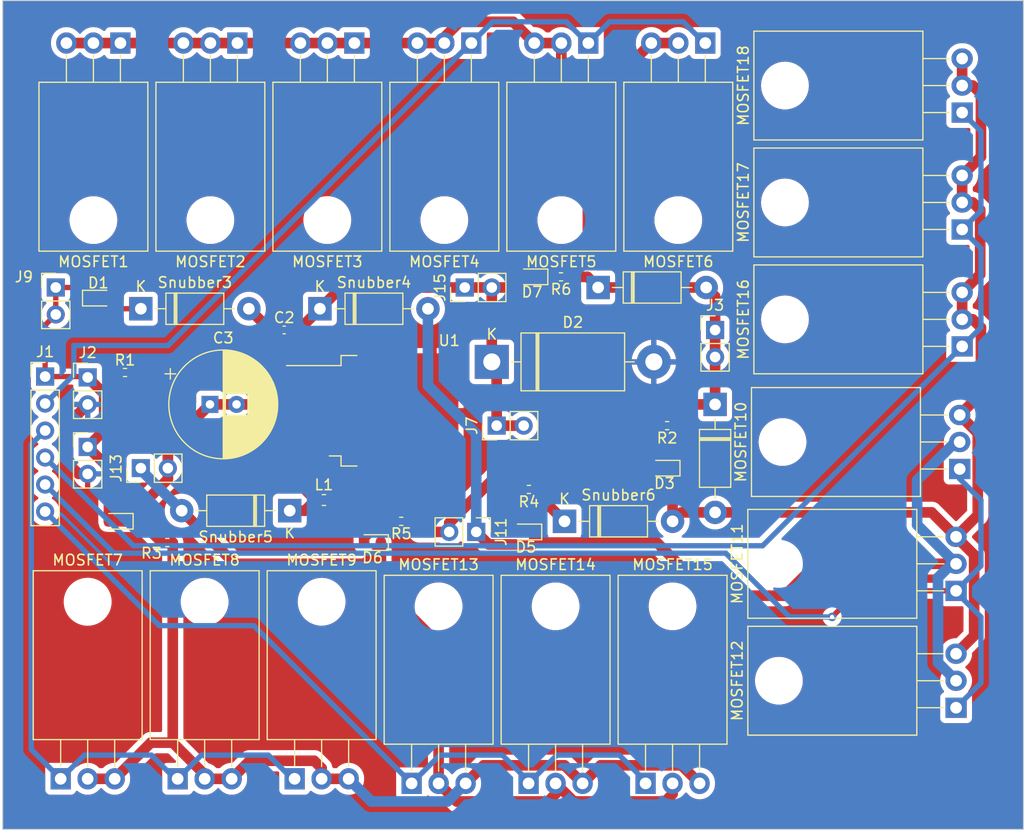
<source format=kicad_pcb>
(kicad_pcb (version 20221018) (generator pcbnew)
  (layers (0 "F.Cu" signal) (31 "B.Cu" signal) (34 "B.Paste" user) (35 "F.Paste" user) (36 "B.SilkS" user "B.Silkscreen") (37 "F.SilkS" user "F.Silkscreen") (38 "B.Mask" user) (39 "F.Mask" user) (44 "Edge.Cuts" user))
  (net 0 "")
  (net 1 "VCC")
  (net 2 "GND")
  (net 3 "Net-(D5-K)")
  (net 4 "Net-(D5-A)")
  (net 5 "Net-(D6-K)")
  (net 6 "Net-(D6-A)")
  (net 7 "Net-(J1-Pin_1)")
  (net 8 "/sol2")
  (net 9 "/sol3")
  (net 10 "/sol4")
  (net 11 "/sol5")
  (net 12 "/sol6")
  (footprint "Diode_THT:D_DO-41_SOD81_P10.16mm_Horizontal" (layer "F.Cu") (at 145.84 85)
    (fp_text reference "Snubber6" (at 5.08 -2.47) (layer "F.SilkS"))
    (fp_text value "1N5819")
    (fp_text user "K" (at 0 -2.1) (layer "F.SilkS"))
    (pad "1" thru_hole rect (at 0 0) (size 2.2 2.2) (drill 1.1) (layers "*.Cu" "*.Mask") (net 1 "VCC"))
    (pad "2" thru_hole oval (at 10.16 0) (size 2.2 2.2) (drill 1.1) (layers "*.Cu" "*.Mask") (net 7 "Net-(J1-Pin_1)"))
  )
  (footprint "Package_TO_SOT_THT:TO-220-3_Horizontal_TabDown" (layer "F.Cu") (at 109.46 109.23)
    (fp_text reference "MOSFET8" (at 2.54 -20.58) (layer "F.SilkS"))
    (fp_text value "IRLB8721")
    (pad "" np_thru_hole oval (at 2.54 -16.66) (size 3.5 3.5) (drill 3.5) (layers "*.Cu" "*.Mask"))
    (pad "1" thru_hole rect (at 0 0) (size 1.905 2) (drill 1.1) (layers "*.Cu" "*.Mask") (net 9 "/sol3"))
    (pad "2" thru_hole oval (at 2.54 0) (size 1.905 2) (drill 1.1) (layers "*.Cu" "*.Mask") (net 7 "Net-(J1-Pin_1)"))
    (pad "3" thru_hole oval (at 5.08 0) (size 1.905 2) (drill 1.1) (layers "*.Cu" "*.Mask") (net 7 "Net-(J1-Pin_1)"))
  )
  (footprint "Package_TO_SOT_THT:TO-220-3_Horizontal_TabDown" (layer "F.Cu") (at 137.08 40 180)
    (fp_text reference "MOSFET4" (at 2.54 -20.58 180) (layer "F.SilkS"))
    (fp_text value "IRLB8721")
    (pad "" np_thru_hole oval (at 2.54 -16.66 180) (size 3.5 3.5) (drill 3.5) (layers "*.Cu" "*.Mask"))
    (pad "1" thru_hole rect (at 0 0 180) (size 1.905 2) (drill 1.1) (layers "*.Cu" "*.Mask") (net 8 "/sol2"))
    (pad "2" thru_hole oval (at 2.54 0 180) (size 1.905 2) (drill 1.1) (layers "*.Cu" "*.Mask") (net 7 "Net-(J1-Pin_1)"))
    (pad "3" thru_hole oval (at 5.08 0 180) (size 1.905 2) (drill 1.1) (layers "*.Cu" "*.Mask") (net 7 "Net-(J1-Pin_1)"))
  )
  (footprint "Package_TO_SOT_THT:TO-220-3_Horizontal_TabDown" (layer "F.Cu") (at 183.23 57.54 90)
    (fp_text reference "MOSFET17" (at 2.54 -20.58 90) (layer "F.SilkS"))
    (fp_text value "IRLB8721")
    (pad "" np_thru_hole oval (at 2.54 -16.66 90) (size 3.5 3.5) (drill 3.5) (layers "*.Cu" "*.Mask"))
    (pad "1" thru_hole rect (at 0 0 90) (size 1.905 2) (drill 1.1) (layers "*.Cu" "*.Mask") (net 10 "/sol4"))
    (pad "2" thru_hole oval (at 2.54 0 90) (size 1.905 2) (drill 1.1) (layers "*.Cu" "*.Mask") (net 7 "Net-(J1-Pin_1)"))
    (pad "3" thru_hole oval (at 5.08 0 90) (size 1.905 2) (drill 1.1) (layers "*.Cu" "*.Mask") (net 7 "Net-(J1-Pin_1)"))
  )
  (footprint "Package_TO_SOT_SMD:TO-263-5_TabPin3" (layer "F.Cu") (at 129.65 74.6)
    (fp_text reference "U1" (at 5.35 -6.6) (layer "F.SilkS"))
    (fp_text value "LM2596S-5")
    (pad "1" smd roundrect (at -7.65 -3.4) (size 4.6 1.1) (layers "F.Cu" "F.Paste" "F.Mask") (roundrect_rratio 0.227273) (net 7 "Net-(J1-Pin_1)"))
    (pad "2" smd roundrect (at -7.65 -1.7) (size 4.6 1.1) (layers "F.Cu" "F.Paste" "F.Mask") (roundrect_rratio 0.227273) (net 7 "Net-(J1-Pin_1)"))
    (pad "3" smd roundrect (at -7.65 0) (size 4.6 1.1) (layers "F.Cu" "F.Paste" "F.Mask") (roundrect_rratio 0.227273) (net 7 "Net-(J1-Pin_1)"))
    (pad "3" smd roundrect (at -0.925 -2.775) (size 4.55 5.25) (layers "F.Cu" "F.Paste") (roundrect_rratio 0.054945) (net 2 "GND"))
    (pad "3" smd roundrect (at -0.925 2.775) (size 4.55 5.25) (layers "F.Cu" "F.Paste") (roundrect_rratio 0.054945) (net 2 "GND"))
    (pad "3" smd roundrect (at 1.5 0) (size 9.4 10.8) (layers "F.Cu" "F.Mask") (roundrect_rratio 0.026596) (net 2 "GND"))
    (pad "3" smd roundrect (at 3.925 -2.775) (size 4.55 5.25) (layers "F.Cu" "F.Paste") (roundrect_rratio 0.054945) (net 2 "GND"))
    (pad "3" smd roundrect (at 3.925 2.775) (size 4.55 5.25) (layers "F.Cu" "F.Paste") (roundrect_rratio 0.054945) (net 2 "GND"))
    (pad "4" smd roundrect (at -7.65 1.7) (size 4.6 1.1) (layers "F.Cu" "F.Paste" "F.Mask") (roundrect_rratio 0.227273) (net 7 "Net-(J1-Pin_1)"))
    (pad "5" smd roundrect (at -7.65 3.4) (size 4.6 1.1) (layers "F.Cu" "F.Paste" "F.Mask") (roundrect_rratio 0.227273) (net 2 "GND"))
  )
  (footprint "Capacitor_SMD:C_0402_1005Metric" (layer "F.Cu") (at 119.48 67)
    (fp_text reference "C2" (at 0 -1.16) (layer "F.SilkS"))
    (fp_text value "220 uF")
    (pad "1" smd roundrect (at -0.48 0) (size 0.56 0.62) (layers "F.Cu" "F.Paste" "F.Mask") (net 7 "Net-(J1-Pin_1)"))
    (pad "2" smd roundrect (at 0.48 0) (size 0.56 0.62) (layers "F.Cu" "F.Paste" "F.Mask") (net 7 "Net-(J1-Pin_1)"))
  )
  (footprint "LED_SMD:LED_0603_1608Metric" (layer "F.Cu") (at 155.2125 80 180)
    (fp_text reference "D3" (at -0.03 -1.43) (layer "F.SilkS"))
    (fp_text value "Red")
    (pad "1" smd roundrect (at -0.7875 0 180) (size 0.875 0.95) (layers "F.Cu" "F.Paste" "F.Mask") (net 7 "Net-(J1-Pin_1)"))
    (pad "2" smd roundrect (at 0.7875 0 180) (size 0.875 0.95) (layers "F.Cu" "F.Paste" "F.Mask") (net 7 "Net-(J1-Pin_1)"))
  )
  (footprint "Package_TO_SOT_THT:TO-220-3_Horizontal_TabDown" (layer "F.Cu") (at 98.46 109.23)
    (fp_text reference "MOSFET7" (at 2.54 -20.58) (layer "F.SilkS"))
    (fp_text value "IRLB8721")
    (pad "" np_thru_hole oval (at 2.54 -16.66) (size 3.5 3.5) (drill 3.5) (layers "*.Cu" "*.Mask"))
    (pad "1" thru_hole rect (at 0 0) (size 1.905 2) (drill 1.1) (layers "*.Cu" "*.Mask") (net 9 "/sol3"))
    (pad "2" thru_hole oval (at 2.54 0) (size 1.905 2) (drill 1.1) (layers "*.Cu" "*.Mask") (net 7 "Net-(J1-Pin_1)"))
    (pad "3" thru_hole oval (at 5.08 0) (size 1.905 2) (drill 1.1) (layers "*.Cu" "*.Mask") (net 7 "Net-(J1-Pin_1)"))
  )
  (footprint "Connector_PinHeader_2.54mm:PinHeader_1x02_P2.54mm_Vertical" (layer "F.Cu") (at 160 67)
    (fp_text reference "J3" (at 0 -2.33) (layer "F.SilkS"))
    (fp_text value "Conn_01x02_Pin")
    (pad "1" thru_hole rect (at 0 0) (size 1.7 1.7) (drill 1) (layers "*.Cu" "*.Mask") (net 7 "Net-(J1-Pin_1)"))
    (pad "2" thru_hole oval (at 0 2.54) (size 1.7 1.7) (drill 1) (layers "*.Cu" "*.Mask") (net 7 "Net-(J1-Pin_1)"))
  )
  (footprint "Connector_PinHeader_2.54mm:PinHeader_1x02_P2.54mm_Vertical" (layer "F.Cu") (at 136.46 63 90)
    (fp_text reference "J15" (at 0 -2.33 90) (layer "F.SilkS"))
    (fp_text value "Conn_01x02_Pin")
    (pad "1" thru_hole rect (at 0 0 90) (size 1.7 1.7) (drill 1) (layers "*.Cu" "*.Mask") (net 7 "Net-(J1-Pin_1)"))
    (pad "2" thru_hole oval (at 0 2.54 90) (size 1.7 1.7) (drill 1) (layers "*.Cu" "*.Mask") (net 7 "Net-(J1-Pin_1)"))
  )
  (footprint "Connector_PinHeader_2.54mm:PinHeader_1x02_P2.54mm_Vertical" (layer "F.Cu") (at 98 63)
    (fp_text reference "J9" (at -3 -1) (layer "F.SilkS"))
    (fp_text value "Conn_01x02_Pin")
    (pad "1" thru_hole rect (at 0 0) (size 1.7 1.7) (drill 1) (layers "*.Cu" "*.Mask") (net 7 "Net-(J1-Pin_1)"))
    (pad "2" thru_hole oval (at 0 2.54) (size 1.7 1.7) (drill 1) (layers "*.Cu" "*.Mask") (net 7 "Net-(J1-Pin_1)"))
  )
  (footprint "Resistor_SMD:R_0402_1005Metric" (layer "F.Cu") (at 155.49 76 180)
    (fp_text reference "R2" (at 0 -1.17) (layer "F.SilkS"))
    (fp_text value "4.7k")
    (pad "1" smd roundrect (at -0.51 0 180) (size 0.54 0.64) (layers "F.Cu" "F.Paste" "F.Mask") (net 7 "Net-(J1-Pin_1)"))
    (pad "2" smd roundrect (at 0.51 0 180) (size 0.54 0.64) (layers "F.Cu" "F.Paste" "F.Mask") (net 7 "Net-(J1-Pin_1)"))
  )
  (footprint "Connector_PinHeader_2.54mm:PinHeader_1x02_P2.54mm_Vertical" (layer "F.Cu") (at 101 78)
    (fp_text reference "J6" hide)
    (fp_text value "Conn_01x02_Pin")
    (pad "1" thru_hole rect (at 0 0) (size 1.7 1.7) (drill 1) (layers "*.Cu" "*.Mask") (net 7 "Net-(J1-Pin_1)"))
    (pad "2" thru_hole oval (at 0 2.54) (size 1.7 1.7) (drill 1) (layers "*.Cu" "*.Mask") (net 2 "GND"))
  )
  (footprint "Package_TO_SOT_THT:TO-220-3_Horizontal_TabDown" (layer "F.Cu") (at 148.08 40 180)
    (fp_text reference "MOSFET5" (at 2.54 -20.58 180) (layer "F.SilkS"))
    (fp_text value "IRLB8721")
    (pad "" np_thru_hole oval (at 2.54 -16.66 180) (size 3.5 3.5) (drill 3.5) (layers "*.Cu" "*.Mask"))
    (pad "1" thru_hole rect (at 0 0 180) (size 1.905 2) (drill 1.1) (layers "*.Cu" "*.Mask") (net 8 "/sol2"))
    (pad "2" thru_hole oval (at 2.54 0 180) (size 1.905 2) (drill 1.1) (layers "*.Cu" "*.Mask") (net 7 "Net-(J1-Pin_1)"))
    (pad "3" thru_hole oval (at 5.08 0 180) (size 1.905 2) (drill 1.1) (layers "*.Cu" "*.Mask") (net 7 "Net-(J1-Pin_1)"))
  )
  (footprint "Connector_PinHeader_2.54mm:PinHeader_1x06_P2.54mm_Vertical" (layer "F.Cu") (at 97 71.38)
    (fp_text reference "J1" (at 0 -2.33) (layer "F.SilkS"))
    (fp_text value "Conn_01x06_Pin")
    (pad "1" thru_hole rect (at 0 0) (size 1.7 1.7) (drill 1) (layers "*.Cu" "*.Mask") (net 7 "Net-(J1-Pin_1)"))
    (pad "2" thru_hole oval (at 0 2.54) (size 1.7 1.7) (drill 1) (layers "*.Cu" "*.Mask") (net 8 "/sol2"))
    (pad "3" thru_hole oval (at 0 5.08) (size 1.7 1.7) (drill 1) (layers "*.Cu" "*.Mask") (net 9 "/sol3"))
    (pad "4" thru_hole oval (at 0 7.62) (size 1.7 1.7) (drill 1) (layers "*.Cu" "*.Mask") (net 10 "/sol4"))
    (pad "5" thru_hole oval (at 0 10.16) (size 1.7 1.7) (drill 1) (layers "*.Cu" "*.Mask") (net 11 "/sol5"))
    (pad "6" thru_hole oval (at 0 12.7) (size 1.7 1.7) (drill 1) (layers "*.Cu" "*.Mask") (net 12 "/sol6"))
  )
  (footprint "Package_TO_SOT_THT:TO-220-3_Horizontal_TabDown" (layer "F.Cu") (at 115.08 40 180)
    (fp_text reference "MOSFET2" (at 2.54 -20.58 180) (layer "F.SilkS"))
    (fp_text value "IRLB8721")
    (pad "" np_thru_hole oval (at 2.54 -16.66 180) (size 3.5 3.5) (drill 3.5) (layers "*.Cu" "*.Mask"))
    (pad "1" thru_hole rect (at 0 0 180) (size 1.905 2) (drill 1.1) (layers "*.Cu" "*.Mask") (net 7 "Net-(J1-Pin_1)"))
    (pad "2" thru_hole oval (at 2.54 0 180) (size 1.905 2) (drill 1.1) (layers "*.Cu" "*.Mask") (net 7 "Net-(J1-Pin_1)"))
    (pad "3" thru_hole oval (at 5.08 0 180) (size 1.905 2) (drill 1.1) (layers "*.Cu" "*.Mask") (net 7 "Net-(J1-Pin_1)"))
  )
  (footprint "LED_SMD:LED_0603_1608Metric" (layer "F.Cu") (at 142.7875 62 180)
    (fp_text reference "D7" (at 0 -1.43) (layer "F.SilkS"))
    (fp_text value "Red")
    (pad "1" smd roundrect (at -0.7875 0 180) (size 0.875 0.95) (layers "F.Cu" "F.Paste" "F.Mask") (net 7 "Net-(J1-Pin_1)"))
    (pad "2" smd roundrect (at 0.7875 0 180) (size 0.875 0.95) (layers "F.Cu" "F.Paste" "F.Mask") (net 7 "Net-(J1-Pin_1)"))
  )
  (footprint "Package_TO_SOT_THT:TO-220-3_Horizontal_TabDown" (layer "F.Cu") (at 182.66 102.54 90)
    (fp_text reference "MOSFET12" (at 2.54 -20.58 90) (layer "F.SilkS"))
    (fp_text value "IRLB8721")
    (pad "" np_thru_hole oval (at 2.54 -16.66 90) (size 3.5 3.5) (drill 3.5) (layers "*.Cu" "*.Mask"))
    (pad "1" thru_hole rect (at 0 0 90) (size 1.905 2) (drill 1.1) (layers "*.Cu" "*.Mask") (net 11 "/sol5"))
    (pad "2" thru_hole oval (at 2.54 0 90) (size 1.905 2) (drill 1.1) (layers "*.Cu" "*.Mask") (net 3 "Net-(D5-K)"))
    (pad "3" thru_hole oval (at 5.08 0 90) (size 1.905 2) (drill 1.1) (layers "*.Cu" "*.Mask") (net 7 "Net-(J1-Pin_1)"))
  )
  (footprint "Diode_THT:D_DO-41_SOD81_P10.16mm_Horizontal" (layer "F.Cu") (at 120 84 180)
    (fp_text reference "Snubber5" (at 5.08 -2.47) (layer "F.SilkS"))
    (fp_text value "1N5819")
    (fp_text user "K" (at 0 -2.1) (layer "F.SilkS"))
    (pad "1" thru_hole rect (at 0 0 180) (size 2.2 2.2) (drill 1.1) (layers "*.Cu" "*.Mask") (net 7 "Net-(J1-Pin_1)"))
    (pad "2" thru_hole oval (at 10.16 0 180) (size 2.2 2.2) (drill 1.1) (layers "*.Cu" "*.Mask") (net 5 "Net-(D6-K)"))
  )
  (footprint "Package_TO_SOT_THT:TO-220-3_Horizontal_TabDown" (layer "F.Cu") (at 153.46 109.66)
    (fp_text reference "MOSFET15" (at 2.54 -20.58) (layer "F.SilkS"))
    (fp_text value "IRLB8721")
    (pad "" np_thru_hole oval (at 2.54 -16.66) (size 3.5 3.5) (drill 3.5) (layers "*.Cu" "*.Mask"))
    (pad "1" thru_hole rect (at 0 0) (size 1.905 2) (drill 1.1) (layers "*.Cu" "*.Mask") (net 12 "/sol6"))
    (pad "2" thru_hole oval (at 2.54 0) (size 1.905 2) (drill 1.1) (layers "*.Cu" "*.Mask") (net 5 "Net-(D6-K)"))
    (pad "3" thru_hole oval (at 5.08 0) (size 1.905 2) (drill 1.1) (layers "*.Cu" "*.Mask") (net 7 "Net-(J1-Pin_1)"))
  )
  (footprint "LED_SMD:LED_0603_1608Metric" (layer "F.Cu") (at 103.7875 85 180)
    (fp_text reference "D4" hide)
    (fp_text value "Red" hide)
    (pad "1" smd roundrect (at -0.7875 0 180) (size 0.875 0.95) (layers "F.Cu" "F.Paste" "F.Mask") (net 7 "Net-(J1-Pin_1)"))
    (pad "2" smd roundrect (at 0.7875 0 180) (size 0.875 0.95) (layers "F.Cu" "F.Paste" "F.Mask") (net 7 "Net-(J1-Pin_1)"))
  )
  (footprint "Capacitor_THT:CP_Radial_D10.0mm_P2.50mm" (layer "F.Cu") (at 112.5 74)
    (fp_text reference "C3" (at 1.25 -6.25) (layer "F.SilkS"))
    (fp_text value "C_Polarized")
    (pad "1" thru_hole rect (at 0 0) (size 1.6 1.6) (drill 0.8) (layers "*.Cu" "*.Mask") (net 7 "Net-(J1-Pin_1)"))
    (pad "2" thru_hole circle (at 2.5 0) (size 1.6 1.6) (drill 0.8) (layers "*.Cu" "*.Mask") (net 7 "Net-(J1-Pin_1)"))
  )
  (footprint "Package_TO_SOT_THT:TO-220-3_Horizontal_TabDown" (layer "F.Cu") (at 159.08 40 180)
    (fp_text reference "MOSFET6" (at 2.54 -20.58 180) (layer "F.SilkS"))
    (fp_text value "IRLB8721")
    (pad "" np_thru_hole oval (at 2.54 -16.66 180) (size 3.5 3.5) (drill 3.5) (layers "*.Cu" "*.Mask"))
    (pad "1" thru_hole rect (at 0 0 180) (size 1.905 2) (drill 1.1) (layers "*.Cu" "*.Mask") (net 8 "/sol2"))
    (pad "2" thru_hole oval (at 2.54 0 180) (size 1.905 2) (drill 1.1) (layers "*.Cu" "*.Mask") (net 7 "Net-(J1-Pin_1)"))
    (pad "3" thru_hole oval (at 5.08 0 180) (size 1.905 2) (drill 1.1) (layers "*.Cu" "*.Mask") (net 7 "Net-(J1-Pin_1)"))
  )
  (footprint "Package_TO_SOT_THT:TO-220-3_Horizontal_TabDown" (layer "F.Cu") (at 126.08 40 180)
    (fp_text reference "MOSFET3" (at 2.54 -20.58 180) (layer "F.SilkS"))
    (fp_text value "IRLB8721")
    (pad "" np_thru_hole oval (at 2.54 -16.66 180) (size 3.5 3.5) (drill 3.5) (layers "*.Cu" "*.Mask"))
    (pad "1" thru_hole rect (at 0 0 180) (size 1.905 2) (drill 1.1) (layers "*.Cu" "*.Mask") (net 7 "Net-(J1-Pin_1)"))
    (pad "2" thru_hole oval (at 2.54 0 180) (size 1.905 2) (drill 1.1) (layers "*.Cu" "*.Mask") (net 7 "Net-(J1-Pin_1)"))
    (pad "3" thru_hole oval (at 5.08 0 180) (size 1.905 2) (drill 1.1) (layers "*.Cu" "*.Mask") (net 7 "Net-(J1-Pin_1)"))
  )
  (footprint "Diode_THT:D_DO-201AD_P15.24mm_Horizontal" (layer "F.Cu") (at 139 70)
    (fp_text reference "D2" (at 7.62 -3.72) (layer "F.SilkS"))
    (fp_text value "1N5822")
    (fp_text user "K" (at 0 -2.6) (layer "F.SilkS"))
    (pad "1" thru_hole rect (at 0 0) (size 3.2 3.2) (drill 1.6) (layers "*.Cu" "*.Mask") (net 7 "Net-(J1-Pin_1)"))
    (pad "2" thru_hole oval (at 15.24 0) (size 3.2 3.2) (drill 1.6) (layers "*.Cu" "*.Mask") (net 2 "GND"))
  )
  (footprint "Resistor_SMD:R_0402_1005Metric" (layer "F.Cu") (at 104.51 71)
    (fp_text reference "R1" (at 0 -1.17) (layer "F.SilkS"))
    (fp_text value "4.7k")
    (pad "1" smd roundrect (at -0.51 0) (size 0.54 0.64) (layers "F.Cu" "F.Paste" "F.Mask") (net 7 "Net-(J1-Pin_1)"))
    (pad "2" smd roundrect (at 0.51 0) (size 0.54 0.64) (layers "F.Cu" "F.Paste" "F.Mask") (net 7 "Net-(J1-Pin_1)"))
  )
  (footprint "Diode_THT:D_DO-41_SOD81_P10.16mm_Horizontal" (layer "F.Cu") (at 160 74 -90)
    (fp_text reference "Snubber2" hide)
    (fp_text value "1N5819")
    (pad "1" thru_hole rect (at 0 0 270) (size 2.2 2.2) (drill 1.1) (layers "*.Cu" "*.Mask") (net 7 "Net-(J1-Pin_1)"))
    (pad "2" thru_hole oval (at 10.16 0 270) (size 2.2 2.2) (drill 1.1) (layers "*.Cu" "*.Mask") (net 7 "Net-(J1-Pin_1)"))
  )
  (footprint "Resistor_SMD:R_0402_1005Metric" (layer "F.Cu") (at 142.49 82 180)
    (fp_text reference "R4" (at 0 -1.17) (layer "F.SilkS"))
    (fp_text value "4.7k")
    (pad "1" smd roundrect (at -0.51 0 180) (size 0.54 0.64) (layers "F.Cu" "F.Paste" "F.Mask") (net 1 "VCC"))
    (pad "2" smd roundrect (at 0.51 0 180) (size 0.54 0.64) (layers "F.Cu" "F.Paste" "F.Mask") (net 4 "Net-(D5-A)"))
  )
  (footprint "Resistor_SMD:R_0402_1005Metric" (layer "F.Cu") (at 130.49 85 180)
    (fp_text reference "R5" (at 0 -1.17) (layer "F.SilkS"))
    (fp_text value "4.7k")
    (pad "1" smd roundrect (at -0.51 0 180) (size 0.54 0.64) (layers "F.Cu" "F.Paste" "F.Mask") (net 1 "VCC"))
    (pad "2" smd roundrect (at 0.51 0 180) (size 0.54 0.64) (layers "F.Cu" "F.Paste" "F.Mask") (net 6 "Net-(D6-A)"))
  )
  (footprint "LED_SMD:LED_0603_1608Metric" (layer "F.Cu") (at 127.7875 87 180)
    (fp_text reference "D6" (at 0 -1.43) (layer "F.SilkS"))
    (fp_text value "Red")
    (pad "1" smd roundrect (at -0.7875 0 180) (size 0.875 0.95) (layers "F.Cu" "F.Paste" "F.Mask") (net 5 "Net-(D6-K)"))
    (pad "2" smd roundrect (at 0.7875 0 180) (size 0.875 0.95) (layers "F.Cu" "F.Paste" "F.Mask") (net 6 "Net-(D6-A)"))
  )
  (footprint "Diode_THT:D_DO-41_SOD81_P10.16mm_Horizontal" (layer "F.Cu") (at 106 65)
    (fp_text reference "Snubber3" (at 5.08 -2.47) (layer "F.SilkS"))
    (fp_text value "1N5819")
    (fp_text user "K" (at 0 -2.1) (layer "F.SilkS"))
    (pad "1" thru_hole rect (at 0 0) (size 2.2 2.2) (drill 1.1) (layers "*.Cu" "*.Mask") (net 7 "Net-(J1-Pin_1)"))
    (pad "2" thru_hole oval (at 10.16 0) (size 2.2 2.2) (drill 1.1) (layers "*.Cu" "*.Mask") (net 7 "Net-(J1-Pin_1)"))
  )
  (footprint "LED_SMD:LED_0603_1608Metric" (layer "F.Cu") (at 102 64)
    (fp_text reference "D1" (at 0 -1.43) (layer "F.SilkS"))
    (fp_text value "Red")
    (pad "1" smd roundrect (at -0.7875 0) (size 0.875 0.95) (layers "F.Cu" "F.Paste" "F.Mask") (net 7 "Net-(J1-Pin_1)"))
    (pad "2" smd roundrect (at 0.7875 0) (size 0.875 0.95) (layers "F.Cu" "F.Paste" "F.Mask") (net 7 "Net-(J1-Pin_1)"))
  )
  (footprint "Connector_PinHeader_2.54mm:PinHeader_1x02_P2.54mm_Vertical" (layer "F.Cu") (at 106 80 90)
    (fp_text reference "J13" (at 0 -2.33 90) (layer "F.SilkS"))
    (fp_text value "Conn_01x02_Pin" hide)
    (pad "1" thru_hole rect (at 0 0 90) (size 1.7 1.7) (drill 1) (layers "*.Cu" "*.Mask") (net 5 "Net-(D6-K)"))
    (pad "2" thru_hole oval (at 0 2.54 90) (size 1.7 1.7) (drill 1) (layers "*.Cu" "*.Mask") (net 7 "Net-(J1-Pin_1)"))
  )
  (footprint "Inductor_SMD:L_0603_1608Metric" (layer "F.Cu") (at 123.2125 83)
    (fp_text reference "L1" (at 0 -1.43) (layer "F.SilkS"))
    (fp_text value "33 uH")
    (pad "1" smd roundrect (at -0.7875 0) (size 0.875 0.95) (layers "F.Cu" "F.Paste" "F.Mask") (net 7 "Net-(J1-Pin_1)"))
    (pad "2" smd roundrect (at 0.7875 0) (size 0.875 0.95) (layers "F.Cu" "F.Paste" "F.Mask") (net 7 "Net-(J1-Pin_1)"))
  )
  (footprint "Connector_PinHeader_2.54mm:PinHeader_1x02_P2.54mm_Vertical" (layer "F.Cu") (at 101 71.46)
    (fp_text reference "J2" (at 0 -2.33) (layer "F.SilkS"))
    (fp_text value "Conn_01x02_Pin")
    (pad "1" thru_hole rect (at 0 0) (size 1.7 1.7) (drill 1) (layers "*.Cu" "*.Mask") (net 7 "Net-(J1-Pin_1)"))
    (pad "2" thru_hole oval (at 0 2.54) (size 1.7 1.7) (drill 1) (layers "*.Cu" "*.Mask") (net 2 "GND"))
  )
  (footprint "Connector_PinHeader_2.54mm:PinHeader_1x02_P2.54mm_Vertical" (layer "F.Cu") (at 139.46 76 90)
    (fp_text reference "J7" (at 0 -2.33 90) (layer "F.SilkS"))
    (fp_text value "Conn_01x02_Pin")
    (pad "1" thru_hole rect (at 0 0 90) (size 1.7 1.7) (drill 1) (layers "*.Cu" "*.Mask") (net 7 "Net-(J1-Pin_1)"))
    (pad "2" thru_hole oval (at 0 2.54 90) (size 1.7 1.7) (drill 1) (layers "*.Cu" "*.Mask") (net 7 "Net-(J1-Pin_1)"))
  )
  (footprint "Resistor_SMD:R_0402_1005Metric" (layer "F.Cu") (at 108.49 87 180)
    (fp_text reference "R3" (at 1.49 -1) (layer "F.SilkS"))
    (fp_text value "4.7k")
    (pad "1" smd roundrect (at -0.51 0 180) (size 0.54 0.64) (layers "F.Cu" "F.Paste" "F.Mask") (net 7 "Net-(J1-Pin_1)"))
    (pad "2" smd roundrect (at 0.51 0 180) (size 0.54 0.64) (layers "F.Cu" "F.Paste" "F.Mask") (net 7 "Net-(J1-Pin_1)"))
  )
  (footprint "Package_TO_SOT_THT:TO-220-3_Horizontal_TabDown" (layer "F.Cu") (at 131.46 109.66)
    (fp_text reference "MOSFET13" (at 2.54 -20.58) (layer "F.SilkS"))
    (fp_text value "IRLB8721")
    (pad "" np_thru_hole oval (at 2.54 -16.66) (size 3.5 3.5) (drill 3.5) (layers "*.Cu" "*.Mask"))
    (pad "1" thru_hole rect (at 0 0) (size 1.905 2) (drill 1.1) (layers "*.Cu" "*.Mask") (net 12 "/sol6"))
    (pad "2" thru_hole oval (at 2.54 0) (size 1.905 2) (drill 1.1) (layers "*.Cu" "*.Mask") (net 5 "Net-(D6-K)"))
    (pad "3" thru_hole oval (at 5.08 0) (size 1.905 2) (drill 1.1) (layers "*.Cu" "*.Mask") (net 7 "Net-(J1-Pin_1)"))
  )
  (footprint "Package_TO_SOT_THT:TO-220-3_Horizontal_TabDown" (layer "F.Cu") (at 104.08 40 180)
    (fp_text reference "MOSFET1" (at 2.54 -20.58 180) (layer "F.SilkS"))
    (fp_text value "IRLB8721")
    (pad "" np_thru_hole oval (at 2.54 -16.66 180) (size 3.5 3.5) (drill 3.5) (layers "*.Cu" "*.Mask"))
    (pad "1" thru_hole rect (at 0 0 180) (size 1.905 2) (drill 1.1) (layers "*.Cu" "*.Mask") (net 7 "Net-(J1-Pin_1)"))
    (pad "2" thru_hole oval (at 2.54 0 180) (size 1.905 2) (drill 1.1) (layers "*.Cu" "*.Mask") (net 7 "Net-(J1-Pin_1)"))
    (pad "3" thru_hole oval (at 5.08 0 180) (size 1.905 2) (drill 1.1) (layers "*.Cu" "*.Mask") (net 7 "Net-(J1-Pin_1)"))
  )
  (footprint "Package_TO_SOT_THT:TO-220-3_Horizontal_TabDown" (layer "F.Cu") (at 182.66 91.54 90)
    (fp_text reference "MOSFET11" (at 2.54 -20.58 90) (layer "F.SilkS"))
    (fp_text value "IRLB8721")
    (pad "" np_thru_hole oval (at 2.54 -16.66 90) (size 3.5 3.5) (drill 3.5) (layers "*.Cu" "*.Mask"))
    (pad "1" thru_hole rect (at 0 0 90) (size 1.905 2) (drill 1.1) (layers "*.Cu" "*.Mask") (net 11 "/sol5"))
    (pad "2" thru_hole oval (at 2.54 0 90) (size 1.905 2) (drill 1.1) (layers "*.Cu" "*.Mask") (net 3 "Net-(D5-K)"))
    (pad "3" thru_hole oval (at 5.08 0 90) (size 1.905 2) (drill 1.1) (layers "*.Cu" "*.Mask") (net 7 "Net-(J1-Pin_1)"))
  )
  (footprint "Diode_THT:D_DO-41_SOD81_P10.16mm_Horizontal" (layer "F.Cu") (at 122.84 65)
    (fp_text reference "Snubber4" (at 5.08 -2.47) (layer "F.SilkS"))
    (fp_text value "1N5819")
    (fp_text user "K" (at 0 -2.1) (layer "F.SilkS"))
    (pad "1" thru_hole rect (at 0 0) (size 2.2 2.2) (drill 1.1) (layers "*.Cu" "*.Mask") (net 7 "Net-(J1-Pin_1)"))
    (pad "2" thru_hole oval (at 10.16 0) (size 2.2 2.2) (drill 1.1) (layers "*.Cu" "*.Mask") (net 3 "Net-(D5-K)"))
  )
  (footprint "Package_TO_SOT_THT:TO-220-3_Horizontal_TabDown" (layer "F.Cu") (at 120.46 109.23)
    (fp_text reference "MOSFET9" (at 2.54 -20.58) (layer "F.SilkS"))
    (fp_text value "IRLB8721")
    (pad "" np_thru_hole oval (at 2.54 -16.66) (size 3.5 3.5) (drill 3.5) (layers "*.Cu" "*.Mask"))
    (pad "1" thru_hole rect (at 0 0) (size 1.905 2) (drill 1.1) (layers "*.Cu" "*.Mask") (net 9 "/sol3"))
    (pad "2" thru_hole oval (at 2.54 0) (size 1.905 2) (drill 1.1) (layers "*.Cu" "*.Mask") (net 7 "Net-(J1-Pin_1)"))
    (pad "3" thru_hole oval (at 5.08 0) (size 1.905 2) (drill 1.1) (layers "*.Cu" "*.Mask") (net 7 "Net-(J1-Pin_1)"))
  )
  (footprint "Diode_THT:D_DO-41_SOD81_P10.16mm_Horizontal" (layer "F.Cu") (at 149 63)
    (fp_text reference "Snubber1" hide)
    (fp_text value "1N5819")
    (pad "1" thru_hole rect (at 0 0) (size 2.2 2.2) (drill 1.1) (layers "*.Cu" "*.Mask") (net 7 "Net-(J1-Pin_1)"))
    (pad "2" thru_hole oval (at 10.16 0) (size 2.2 2.2) (drill 1.1) (layers "*.Cu" "*.Mask") (net 7 "Net-(J1-Pin_1)"))
  )
  (footprint "Package_TO_SOT_THT:TO-220-3_Horizontal_TabDown" (layer "F.Cu") (at 183.23 68.54 90)
    (fp_text reference "MOSFET16" (at 2.54 -20.58 90) (layer "F.SilkS"))
    (fp_text value "IRLB8721")
    (pad "" np_thru_hole oval (at 2.54 -16.66 90) (size 3.5 3.5) (drill 3.5) (layers "*.Cu" "*.Mask"))
    (pad "1" thru_hole rect (at 0 0 90) (size 1.905 2) (drill 1.1) (layers "*.Cu" "*.Mask") (net 10 "/sol4"))
    (pad "2" thru_hole oval (at 2.54 0 90) (size 1.905 2) (drill 1.1) (layers "*.Cu" "*.Mask") (net 7 "Net-(J1-Pin_1)"))
    (pad "3" thru_hole oval (at 5.08 0 90) (size 1.905 2) (drill 1.1) (layers "*.Cu" "*.Mask") (net 7 "Net-(J1-Pin_1)"))
  )
  (footprint "Connector_PinHeader_2.54mm:PinHeader_1x02_P2.54mm_Vertical" (layer "F.Cu") (at 137.54 86 -90)
    (fp_text reference "J11" (at 0 -2.33 -270) (layer "F.SilkS"))
    (fp_text value "Conn_01x02_Pin")
    (pad "1" thru_hole rect (at 0 0 270) (size 1.7 1.7) (drill 1) (layers "*.Cu" "*.Mask") (net 3 "Net-(D5-K)"))
    (pad "2" thru_hole oval (at 0 2.54 270) (size 1.7 1.7) (drill 1) (layers "*.Cu" "*.Mask") (net 1 "VCC"))
  )
  (footprint "Resistor_SMD:R_0402_1005Metric" (layer "F.Cu") (at 145.51 62 180)
    (fp_text reference "R6" (at 0 -1.17) (layer "F.SilkS"))
    (fp_text value "4.7k")
    (pad "1" smd roundrect (at -0.51 0 180) (size 0.54 0.64) (layers "F.Cu" "F.Paste" "F.Mask") (net 7 "Net-(J1-Pin_1)"))
    (pad "2" smd roundrect (at 0.51 0 180) (size 0.54 0.64) (layers "F.Cu" "F.Paste" "F.Mask") (net 7 "Net-(J1-Pin_1)"))
  )
  (footprint "Package_TO_SOT_THT:TO-220-3_Horizontal_TabDown" (layer "F.Cu") (at 183.23 46.54 90)
    (fp_text reference "MOSFET18" (at 2.54 -20.58 90) (layer "F.SilkS"))
    (fp_text value "IRLB8721")
    (pad "" np_thru_hole oval (at 2.54 -16.66 90) (size 3.5 3.5) (drill 3.5) (layers "*.Cu" "*.Mask"))
    (pad "1" thru_hole rect (at 0 0 90) (size 1.905 2) (drill 1.1) (layers "*.Cu" "*.Mask") (net 10 "/sol4"))
    (pad "2" thru_hole oval (at 2.54 0 90) (size 1.905 2) (drill 1.1) (layers "*.Cu" "*.Mask") (net 7 "Net-(J1-Pin_1)"))
    (pad "3" thru_hole oval (at 5.08 0 90) (size 1.905 2) (drill 1.1) (layers "*.Cu" "*.Mask") (net 7 "Net-(J1-Pin_1)"))
  )
  (footprint "LED_SMD:LED_0603_1608Metric" (layer "F.Cu") (at 142.2125 86 180)
    (fp_text reference "D5" (at 0 -1.43) (layer "F.SilkS"))
    (fp_text value "Red")
    (pad "1" smd roundrect (at -0.7875 0 180) (size 0.875 0.95) (layers "F.Cu" "F.Paste" "F.Mask") (net 3 "Net-(D5-K)"))
    (pad "2" smd roundrect (at 0.7875 0 180) (size 0.875 0.95) (layers "F.Cu" "F.Paste" "F.Mask") (net 4 "Net-(D5-A)"))
  )
  (footprint "Package_TO_SOT_THT:TO-220-3_Horizontal_TabDown" (layer "F.Cu") (at 142.46 109.66)
    (fp_text reference "MOSFET14" (at 2.54 -20.58) (layer "F.SilkS"))
    (fp_text value "IRLB8721")
    (pad "" np_thru_hole oval (at 2.54 -16.66) (size 3.5 3.5) (drill 3.5) (layers "*.Cu" "*.Mask"))
    (pad "1" thru_hole rect (at 0 0) (size 1.905 2) (drill 1.1) (layers "*.Cu" "*.Mask") (net 12 "/sol6"))
    (pad "2" thru_hole oval (at 2.54 0) (size 1.905 2) (drill 1.1) (layers "*.Cu" "*.Mask") (net 5 "Net-(D6-K)"))
    (pad "3" thru_hole oval (at 5.08 0) (size 1.905 2) (drill 1.1) (layers "*.Cu" "*.Mask") (net 7 "Net-(J1-Pin_1)"))
  )
  (footprint "Package_TO_SOT_THT:TO-220-3_Horizontal_TabDown" (layer "F.Cu") (at 183 80.08 90)
    (fp_text reference "MOSFET10" (at 2.54 -20.58 90) (layer "F.SilkS"))
    (fp_text value "IRLB8721")
    (pad "" np_thru_hole oval (at 2.54 -16.66 90) (size 3.5 3.5) (drill 3.5) (layers "*.Cu" "*.Mask"))
    (pad "1" thru_hole rect (at 0 0 90) (size 1.905 2) (drill 1.1) (layers "*.Cu" "*.Mask") (net 11 "/sol5"))
    (pad "2" thru_hole oval (at 2.54 0 90) (size 1.905 2) (drill 1.1) (layers "*.Cu" "*.Mask") (net 3 "Net-(D5-K)"))
    (pad "3" thru_hole oval (at 5.08 0 90) (size 1.905 2) (drill 1.1) (layers "*.Cu" "*.Mask") (net 7 "Net-(J1-Pin_1)"))
  )
  (gr_rect (start 93 36) (end 189 114) (stroke (width 0.1)) (fill none) (layer "Edge.Cuts"))
  (segment (start 135 86) (end 132.18 86) (width 1) (layer "F.Cu") (net 1))
  (segment (start 132.18 86) (end 131.18 85) (width 1) (layer "F.Cu") (net 1))
  (segment (start 143 81.519132) (end 143 82) (width 1) (layer "F.Cu") (net 1))
  (segment (start 143 82) (end 143 82.16) (width 1) (layer "F.Cu") (net 1))
  (segment (start 143 82.16) (end 145.84 85) (width 1) (layer "F.Cu") (net 1))
  (segment (start 135 86) (end 135 85.154656) (width 1) (layer "F.Cu") (net 1))
  (segment (start 135 85.154656) (end 139.174656 80.98) (width 1) (layer "F.Cu") (net 1))
  (segment (start 139.174656 80.98) (end 142.460868 80.98) (width 1) (layer "F.Cu") (net 1))
  (segment (start 142.460868 80.98) (end 143 81.519132) (width 1) (layer "F.Cu") (net 1))
  (segment (start 99 79.39) (end 99 76) (width 1) (layer "F.Cu") (net 2))
  (segment (start 99 76) (end 101 74) (width 1) (layer "F.Cu") (net 2))
  (segment (start 100.15 80.54) (end 99 79.39) (width 1) (layer "F.Cu") (net 2))
  (segment (start 101 80.54) (end 100.15 80.54) (width 1) (layer "F.Cu") (net 2))
  (segment (start 159.535534 92) (end 154.535534 87) (width 1) (layer "F.Cu") (net 3))
  (segment (start 182.66 89) (end 169.535534 89) (width 1) (layer "F.Cu") (net 3))
  (segment (start 143 87) (end 143 86) (width 1) (layer "F.Cu") (net 3))
  (segment (start 142.825 87.175) (end 143 87) (width 1) (layer "F.Cu") (net 3))
  (segment (start 154.535534 87) (end 143 87) (width 1) (layer "F.Cu") (net 3))
  (segment (start 137.54 86) (end 138.715 87.175) (width 1) (layer "F.Cu") (net 3))
  (segment (start 138.715 87.175) (end 142.825 87.175) (width 1) (layer "F.Cu") (net 3))
  (segment (start 169.535534 89) (end 166.535534 92) (width 1) (layer "F.Cu") (net 3))
  (segment (start 166.535534 92) (end 159.535534 92) (width 1) (layer "F.Cu") (net 3))
  (segment (start 133 65) (end 133 72.22995) (width 1) (layer "B.Cu") (net 3))
  (segment (start 133 72.22995) (end 137.54 76.76995) (width 1) (layer "B.Cu") (net 3))
  (segment (start 137.54 76.76995) (end 137.54 86) (width 1) (layer "B.Cu") (net 3))
  (segment (start 179 81.13755) (end 182.59755 77.54) (width 1) (layer "B.Cu") (net 3))
  (segment (start 182.66 89) (end 179 85.34) (width 1) (layer "B.Cu") (net 3))
  (segment (start 182.66 89) (end 182.25755 89) (width 1) (layer "B.Cu") (net 3))
  (segment (start 182.25755 89) (end 180.96 90.29755) (width 1) (layer "B.Cu") (net 3))
  (segment (start 180.96 90.29755) (end 180.96 98.3) (width 1) (layer "B.Cu") (net 3))
  (segment (start 182.59755 77.54) (end 183 77.54) (width 1) (layer "B.Cu") (net 3))
  (segment (start 180.96 98.3) (end 182.66 100) (width 1) (layer "B.Cu") (net 3))
  (segment (start 179 85.34) (end 179 81.13755) (width 1) (layer "B.Cu") (net 3))
  (segment (start 141.425 82.555) (end 141.98 82) (width 0.5) (layer "F.Cu") (net 4))
  (segment (start 141.425 86) (end 141.425 82.555) (width 0.5) (layer "F.Cu") (net 4))
  (segment (start 127.05 89) (end 114.84 89) (width 1) (layer "F.Cu") (net 5))
  (segment (start 135.7 111.36) (end 144.29633 111.36) (width 1) (layer "F.Cu") (net 5))
  (segment (start 128.575 87) (end 128.575 87.475) (width 1) (layer "F.Cu") (net 5))
  (segment (start 156 110.65633) (end 156 109.66) (width 1) (layer "F.Cu") (net 5))
  (segment (start 145 109.66) (end 146.7 111.36) (width 1) (layer "F.Cu") (net 5))
  (segment (start 146.7 111.36) (end 155.29633 111.36) (width 1) (layer "F.Cu") (net 5))
  (segment (start 134 109.66) (end 134 96.535534) (width 1) (layer "F.Cu") (net 5))
  (segment (start 134 109.66) (end 135.7 111.36) (width 1) (layer "F.Cu") (net 5))
  (segment (start 155.29633 111.36) (end 156 110.65633) (width 1) (layer "F.Cu") (net 5))
  (segment (start 114.84 89) (end 109.84 84) (width 1) (layer "F.Cu") (net 5))
  (segment (start 128.575 91.110534) (end 128.575 87) (width 1) (layer "F.Cu") (net 5))
  (segment (start 144.29633 111.36) (end 145 110.65633) (width 1) (layer "F.Cu") (net 5))
  (segment (start 145 110.65633) (end 145 109.66) (width 1) (layer "F.Cu") (net 5))
  (segment (start 134 96.535534) (end 128.575 91.110534) (width 1) (layer "F.Cu") (net 5))
  (segment (start 128.575 87.475) (end 127.05 89) (width 1) (layer "F.Cu") (net 5))
  (segment (start 106 80) (end 106 80.16) (width 1) (layer "B.Cu") (net 5))
  (segment (start 106 80.16) (end 109.84 84) (width 1) (layer "B.Cu") (net 5))
  (segment (start 128.525 85) (end 129.98 85) (width 1) (layer "F.Cu") (net 6))
  (segment (start 127 87) (end 127 86.525) (width 1) (layer "F.Cu") (net 6))
  (segment (start 127 86.525) (end 128.525 85) (width 1) (layer "F.Cu") (net 6))
  (segment (start 100.92 71.38) (end 101 71.46) (width 0.5) (layer "F.Cu") (net 7))
  (segment (start 147.54 109.66) (end 149.24 107.96) (width 1) (layer "F.Cu") (net 7))
  (segment (start 123 108.23367) (end 123 109.23) (width 1) (layer "F.Cu") (net 7))
  (segment (start 180.36 84.16) (end 182.66 86.46) (width 1) (layer "F.Cu") (net 7))
  (segment (start 154.98 76) (end 156 76) (width 1) (layer "F.Cu") (net 7))
  (segment (start 104.575 85) (end 103 85) (width 1) (layer "F.Cu") (net 7))
  (segment (start 112 109.23) (end 114.54 109.23) (width 1) (layer "F.Cu") (net 7))
  (segment (start 146.02 62) (end 148 62) (width 1) (layer "F.Cu") (net 7))
  (segment (start 148.04 44.04) (end 149.96 44.04) (width 1) (layer "F.Cu") (net 7))
  (segment (start 139 70) (end 139 63) (width 1) (layer "F.Cu") (net 7))
  (segment (start 121.4 74) (end 122 74.6) (width 1) (layer "F.Cu") (net 7))
  (segment (start 145.84 107.96) (end 147.54 109.66) (width 1) (layer "F.Cu") (net 7))
  (segment (start 122.425 83) (end 119 79.575) (width 1) (layer "F.Cu") (net 7))
  (segment (start 109 87) (end 107.98 87) (width 1) (layer "F.Cu") (net 7))
  (segment (start 105.98 85) (end 107.98 87) (width 1) (layer "F.Cu") (net 7))
  (segment (start 145.54 41.54) (end 145.54 40) (width 1) (layer "F.Cu") (net 7))
  (segment (start 120 84) (end 121.425 84) (width 1) (layer "F.Cu") (net 7))
  (segment (start 139.46 70.46) (end 139 70) (width 1) (layer "F.Cu") (net 7))
  (segment (start 102.55 76.45) (end 102.55 73.01) (width 1) (layer "F.Cu") (net 7))
  (segment (start 118.16 67) (end 116.16 65) (width 1) (layer "F.Cu") (net 7))
  (segment (start 146.02 62) (end 145 62) (width 1) (layer "F.Cu") (net 7))
  (segment (start 108.54 80) (end 108.54 77.96) (width 1) (layer "F.Cu") (net 7))
  (segment (start 143 40) (end 141 38) (width 1) (layer "F.Cu") (net 7))
  (segment (start 102.7875 64) (end 101.2125 64) (width 0.5) (layer "F.Cu") (net 7))
  (segment (start 100.2125 63) (end 101.2125 64) (width 0.5) (layer "F.Cu") (net 7))
  (segment (start 101 78) (end 103 80) (width 1) (layer "F.Cu") (net 7))
  (segment (start 98 65.54) (end 97 66.54) (width 0.5) (layer "F.Cu") (net 7))
  (segment (start 124.84 63) (end 122.84 65) (width 1) (layer "F.Cu") (net 7))
  (segment (start 108.54 81.035) (end 108.54 80) (width 1) (layer "F.Cu") (net 7))
  (segment (start 139 63) (end 141 63) (width 1) (layer "F.Cu") (net 7))
  (segment (start 112.5 74) (end 115 74) (width 1) (layer "F.Cu") (net 7))
  (segment (start 156.84 84.16) (end 156 85) (width 1) (layer "F.Cu") (net 7))
  (segment (start 103.7875 65) (end 102.7875 64) (width 0.5) (layer "F.Cu") (net 7))
  (segment (start 160 67) (end 160 69.54) (width 1) (layer "F.Cu") (net 7))
  (segment (start 119 67) (end 118.16 67) (width 1) (layer "F.Cu") (net 7))
  (segment (start 123 109.23) (end 125.54 109.23) (width 1) (layer "F.Cu") (net 7))
  (segment (start 185 73) (end 183 75) (width 1) (layer "F.Cu") (net 7))
  (segment (start 154.425 80) (end 156 80) (width 1) (layer "F.Cu") (net 7))
  (segment (start 122 74.6) (end 122 72.9) (width 1) (layer "F.Cu") (net 7))
  (segment (start 184.93 61.76) (end 183.23 63.46) (width 1) (layer "F.Cu") (net 7))
  (segment (start 101 109.23) (end 103.54 109.23) (width 1) (layer "F.Cu") (net 7))
  (segment (start 103 80) (end 103 85) (width 1) (layer "F.Cu") (net 7))
  (segment (start 120.84 70.04) (end 122 71.2) (width 1) (layer "F.Cu") (net 7))
  (segment (start 148.04 59.98) (end 148.04 44.04) (width 1) (layer "F.Cu") (net 7))
  (segment (start 141 63) (end 142 62) (width 1) (layer "F.Cu") (net 7))
  (segment (start 149.96 44.04) (end 154 40) (width 1) (layer "F.Cu") (net 7))
  (segment (start 184.22633 44) (end 185 44.77367) (width 1) (layer "F.Cu") (net 7))
  (segment (start 136.46 63) (end 124.84 63) (width 1) (layer "F.Cu") (net 7))
  (segment (start 134.54 40) (end 132 40) (width 1) (layer "F.Cu") (net 7))
  (segment (start 183.23 55) (end 184.22633 55) (width 1) (layer "F.Cu") (net 7))
  (segment (start 160 74) (end 160 69.54) (width 1) (layer "F.Cu") (net 7))
  (segment (start 182.66 86.46) (end 184.36 88.16) (width 1) (layer "F.Cu") (net 7))
  (segment (start 138.24 107.96) (end 145.84 107.96) (width 1) (layer "F.Cu") (net 7))
  (segment (start 122 74.6) (end 122 76.3) (width 1) (layer "F.Cu") (net 7))
  (segment (start 109 87) (end 109 105.82755) (width 1) (layer "F.Cu") (net 7))
  (segment (start 148 62) (end 149 63) (width 1) (layer "F.Cu") (net 7))
  (segment (start 156.84 107.96) (end 158.54 109.66) (width 1) (layer "F.Cu") (net 7))
  (segment (start 112 108.82755) (end 112 109.23) (width 1) (layer "F.Cu") (net 7))
  (segment (start 102.55 73.01) (end 104 71.56) (width 1) (layer "F.Cu") (net 7))
  (segment (start 156 85) (end 156 80) (width 1) (layer "F.Cu") (net 7))
  (segment (start 104 71) (end 105.02 71) (width 1) (layer "F.Cu") (net 7))
  (segment (start 115 74) (end 121.4 74) (width 1) (layer "F.Cu") (net 7))
  (segment (start 184.22633 66) (end 185 66.77367) (width 1) (layer "F.Cu") (net 7))
  (segment (start 116.24 107.53) (end 122.29633 107.53) (width 1) (layer "F.Cu") (net 7))
  (segment (start 148.04 44.04) (end 145.54 41.54) (width 1) (layer "F.Cu") (net 7))
  (segment (start 122 71.2) (end 122 72.9) (width 1) (layer "F.Cu") (net 7))
  (segment (start 185 66.77367) (end 185 73) (width 1) (layer "F.Cu") (net 7))
  (segment (start 106 65) (end 103.7875 65) (width 0.5) (layer "F.Cu") (net 7))
  (segment (start 134.54 39.46) (end 134.54 40) (width 1) (layer "F.Cu") (net 7))
  (segment (start 145.54 40) (end 143 40) (width 1) (layer "F.Cu") (net 7))
  (segment (start 119.96 67) (end 120.84 67) (width 1) (layer "F.Cu") (net 7))
  (segment (start 149 63) (end 159.16 63) (width 1) (layer "F.Cu") (net 7))
  (segment (start 119 77) (end 119.7 76.3) (width 1) (layer "F.Cu") (net 7))
  (segment (start 104.575 85) (end 105.98 85) (width 1) (layer "F.Cu") (net 7))
  (segment (start 160 63.84) (end 159.16 63) (width 1) (layer "F.Cu") (net 7))
  (segment (start 184.22633 55) (end 184.93 55.70367) (width 1) (layer "F.Cu") (net 7))
  (segment (start 185 50.69) (end 183.23 52.46) (width 1) (layer "F.Cu") (net 7))
  (segment (start 183.23 66) (end 184.22633 66) (width 1) (layer "F.Cu") (net 7))
  (segment (start 139.46 76) (end 139.46 70.46) (width 1) (layer "F.Cu") (net 7))
  (segment (start 184.36 95.76) (end 182.66 97.46) (width 1) (layer "F.Cu") (net 7))
  (segment (start 146.02 62) (end 148.04 59.98) (width 1) (layer "F.Cu") (net 7))
  (segment (start 184.7 76.7) (end 184.7 84.42) (width 1) (layer "F.Cu") (net 7))
  (segment (start 121.425 84) (end 122.425 83) (width 1) (layer "F.Cu") (net 7))
  (segment (start 108.54 77.96) (end 112.5 74) (width 1) (layer "F.Cu") (net 7))
  (segment (start 104 71.56) (end 104 71) (width 1) (layer "F.Cu") (net 7))
  (segment (start 183 75) (end 184.7 76.7) (width 1) (layer "F.Cu") (net 7))
  (segment (start 97 66.54) (end 97 71.38) (width 0.5) (layer "F.Cu") (net 7))
  (segment (start 122.425 83) (end 124 83) (width 1) (layer "F.Cu") (net 7))
  (segment (start 158 74) (end 156 76) (width 1) (layer "F.Cu") (net 7))
  (segment (start 160 67) (end 160 63.84) (width 1) (layer "F.Cu") (net 7))
  (segment (start 156.54 40) (end 154 40) (width 1) (layer "F.Cu") (net 7))
  (segment (start 104.575 85) (end 108.54 81.035) (width 1) (layer "F.Cu") (net 7))
  (segment (start 184.93 55.70367) (end 184.93 61.76) (width 1) (layer "F.Cu") (net 7))
  (segment (start 132 40) (end 99 40) (width 1) (layer "F.Cu") (net 7))
  (segment (start 122.29633 107.53) (end 123 108.23367) (width 1) (layer "F.Cu") (net 7))
  (segment (start 98 63) (end 98 65.54) (width 0.5) (layer "F.Cu") (net 7))
  (segment (start 120.84 67) (end 122.84 65) (width 1) (layer "F.Cu") (net 7))
  (segment (start 106.94245 105.82755) (end 109 105.82755) (width 1) (layer "F.Cu") (net 7))
  (segment (start 154.98 79.445) (end 154.425 80) (width 1) (layer "F.Cu") (net 7))
  (segment (start 101 78) (end 102.55 76.45) (width 1) (layer "F.Cu") (net 7))
  (segment (start 119 79.575) (end 119 77) (width 1) (layer "F.Cu") (net 7))
  (segment (start 120.84 67) (end 120.84 70.04) (width 1) (layer "F.Cu") (net 7))
  (segment (start 103.54 109.23) (end 106.94245 105.82755) (width 1) (layer "F.Cu") (net 7))
  (segment (start 119.96 67) (end 119 67) (width 1) (layer "F.Cu") (net 7))
  (segment (start 160 74) (end 158 74) (width 1) (layer "F.Cu") (net 7))
  (segment (start 183.23 44) (end 184.22633 44) (width 1) (layer "F.Cu") (net 7))
  (segment (start 136.54 109.66) (end 138.24 107.96) (width 1) (layer "F.Cu") (net 7))
  (segment (start 184.7 84.42) (end 182.66 86.46) (width 1) (layer "F.Cu") (net 7))
  (segment (start 119.7 76.3) (end 122 76.3) (width 1) (layer "F.Cu") (net 7))
  (segment (start 143.575 62) (end 142 62) (width 1) (layer "F.Cu") (net 7))
  (segment (start 109 105.82755) (end 112 108.82755) (width 1) (layer "F.Cu") (net 7))
  (segment (start 136 38) (end 134.54 39.46) (width 1) (layer "F.Cu") (net 7))
  (segment (start 160 84.16) (end 180.36 84.16) (width 1) (layer "F.Cu") (net 7))
  (segment (start 149.24 107.96) (end 156.84 107.96) (width 1) (layer "F.Cu") (net 7))
  (segment (start 98 63) (end 100.2125 63) (width 0.5) (layer "F.Cu") (net 7))
  (segment (start 139.46 76) (end 142 76) (width 1) (layer "F.Cu") (net 7))
  (segment (start 141 38) (end 136 38) (width 1) (layer "F.Cu") (net 7))
  (segment (start 183.23 66) (end 183.23 63.46) (width 1) (layer "F.Cu") (net 7))
  (segment (start 185 44.77367) (end 185 50.69) (width 1) (layer "F.Cu") (net 7))
  (segment (start 160 84.16) (end 156.84 84.16) (width 1) (layer "F.Cu") (net 7))
  (segment (start 102.55 73.01) (end 101 71.46) (width 1) (layer "F.Cu") (net 7))
  (segment (start 97 71.38) (end 100.92 71.38) (width 0.5) (layer "F.Cu") (net 7))
  (segment (start 183.23 52.46) (end 183.23 55) (width 1) (layer "F.Cu") (net 7))
  (segment (start 154.98 76) (end 154.98 79.445) (width 1) (layer "F.Cu") (net 7))
  (segment (start 145 62) (end 143.575 62) (width 1) (layer "F.Cu") (net 7))
  (segment (start 184.36 88.16) (end 184.36 95.76) (width 1) (layer "F.Cu") (net 7))
  (segment (start 183.23 41.46) (end 183.23 44) (width 1) (layer "F.Cu") (net 7))
  (segment (start 139 63) (end 136.46 63) (width 1) (layer "F.Cu") (net 7))
  (segment (start 114.54 109.23) (end 116.24 107.53) (width 1) (layer "F.Cu") (net 7))
  (segment (start 127.67 111.36) (end 134.84 111.36) (width 1) (layer "B.Cu") (net 7))
  (segment (start 134.84 111.36) (end 136.54 109.66) (width 1) (layer "B.Cu") (net 7))
  (segment (start 125.54 109.23) (end 127.67 111.36) (width 1) (layer "B.Cu") (net 7))
  (segment (start 148 40) (end 148.08 40) (width 0.5) (layer "B.Cu") (net 8))
  (segment (start 159 40) (end 159.08 40) (width 0.5) (layer "B.Cu") (net 8))
  (segment (start 99.7 71.22) (end 99.7 68.463604) (width 0.5) (layer "B.Cu") (net 8))
  (segment (start 139.08 38) (end 146 38) (width 0.5) (layer "B.Cu") (net 8))
  (segment (start 137.018019 40) (end 137.08 40) (width 0.5) (layer "B.Cu") (net 8))
  (segment (start 137.08 40) (end 139.08 38) (width 0.5) (layer "B.Cu") (net 8))
  (segment (start 97 73.92) (end 99.7 71.22) (width 0.5) (layer "B.Cu") (net 8))
  (segment (start 157 38) (end 159 40) (width 0.5) (layer "B.Cu") (net 8))
  (segment (start 146 38) (end 148 40) (width 0.5) (layer "B.Cu") (net 8))
  (segment (start 150.08 38) (end 157 38) (width 0.5) (layer "B.Cu") (net 8))
  (segment (start 108.554415 68.463604) (end 137.018019 40) (width 0.5) (layer "B.Cu") (net 8))
  (segment (start 148.08 40) (end 150.08 38) (width 0.5) (layer "B.Cu") (net 8))
  (segment (start 99.7 68.463604) (end 108.554415 68.463604) (width 0.5) (layer "B.Cu") (net 8))
  (segment (start 111.69 107) (end 118 107) (width 0.5) (layer "B.Cu") (net 9))
  (segment (start 118 107) (end 120.23 109.23) (width 0.5) (layer "B.Cu") (net 9))
  (segment (start 100.69 107) (end 107 107) (width 0.5) (layer "B.Cu") (net 9))
  (segment (start 109.23 109.23) (end 109.46 109.23) (width 0.5) (layer "B.Cu") (net 9))
  (segment (start 109.46 109.23) (end 111.69 107) (width 0.5) (layer "B.Cu") (net 9))
  (segment (start 95.7 106.47) (end 98.46 109.23) (width 0.5) (layer "B.Cu") (net 9))
  (segment (start 97 76.46) (end 95.7 77.76) (width 0.5) (layer "B.Cu") (net 9))
  (segment (start 95.7 77.76) (end 95.7 106.47) (width 0.5) (layer "B.Cu") (net 9))
  (segment (start 98.46 109.23) (end 100.69 107) (width 0.5) (layer "B.Cu") (net 9))
  (segment (start 107 107) (end 109.23 109.23) (width 0.5) (layer "B.Cu") (net 9))
  (segment (start 120.23 109.23) (end 120.46 109.23) (width 0.5) (layer "B.Cu") (net 9))
  (segment (start 185 66.77) (end 183.23 68.54) (width 0.5) (layer "B.Cu") (net 10))
  (segment (start 183.23 57.54) (end 185 55.77) (width 0.5) (layer "B.Cu") (net 10))
  (segment (start 183.23 57.54) (end 185 59.31) (width 0.5) (layer "B.Cu") (net 10))
  (segment (start 185 55.77) (end 185 48.31) (width 0.5) (layer "B.Cu") (net 10))
  (segment (start 185 48.31) (end 183.23 46.54) (width 0.5) (layer "B.Cu") (net 10))
  (segment (start 164.47 87.3) (end 183.23 68.54) (width 0.5) (layer "B.Cu") (net 10))
  (segment (start 105.3 87.3) (end 164.47 87.3) (width 0.5) (layer "B.Cu") (net 10))
  (segment (start 97 79) (end 105.3 87.3) (width 0.5) (layer "B.Cu") (net 10))
  (segment (start 185 59.31) (end 185 66.77) (width 0.5) (layer "B.Cu") (net 10))
  (segment (start 173.46 91.54) (end 182.66 91.54) (width 0.5) (layer "F.Cu") (net 11))
  (segment (start 171 94) (end 173.46 91.54) (width 0.5) (layer "F.Cu") (net 11))
  (via (at 171 94) (size 0.8) (drill 0.4) (layers "F.Cu" "B.Cu") (net 11))
  (segment (start 97 81.54) (end 103.46 88) (width 0.5) (layer "B.Cu") (net 11))
  (segment (start 185 89.2) (end 185 83) (width 0.5) (layer "B.Cu") (net 11))
  (segment (start 183 81) (end 183 80.08) (width 0.5) (layer "B.Cu") (net 11))
  (segment (start 103.46 88) (end 161 88) (width 0.5) (layer "B.Cu") (net 11))
  (segment (start 161 88) (end 167 94) (width 0.5) (layer "B.Cu") (net 11))
  (segment (start 167 94) (end 171 94) (width 0.5) (layer "B.Cu") (net 11))
  (segment (start 182.66 91.54) (end 185 89.2) (width 0.5) (layer "B.Cu") (net 11))
  (segment (start 182.66 91.66) (end 182.66 91.54) (width 0.5) (layer "B.Cu") (net 11))
  (segment (start 185 83) (end 183 81) (width 0.5) (layer "B.Cu") (net 11))
  (segment (start 185 94) (end 182.66 91.66) (width 0.5) (layer "B.Cu") (net 11))
  (segment (start 185 100.2) (end 185 94) (width 0.5) (layer "B.Cu") (net 11))
  (segment (start 182.66 102.54) (end 185 100.2) (width 0.5) (layer "B.Cu") (net 11))
  (segment (start 142.46 109.46) (end 142.46 109.66) (width 0.5) (layer "B.Cu") (net 12))
  (segment (start 145.12 107) (end 151 107) (width 0.5) (layer "B.Cu") (net 12))
  (segment (start 140 107) (end 142.46 109.46) (width 0.5) (layer "B.Cu") (net 12))
  (segment (start 131.46 109.66) (end 134.12 107) (width 0.5) (layer "B.Cu") (net 12))
  (segment (start 107.74 94.82) (end 116.62 94.82) (width 0.5) (layer "B.Cu") (net 12))
  (segment (start 134.12 107) (end 140 107) (width 0.5) (layer "B.Cu") (net 12))
  (segment (start 151 107) (end 153.46 109.46) (width 0.5) (layer "B.Cu") (net 12))
  (segment (start 153.46 109.46) (end 153.46 109.66) (width 0.5) (layer "B.Cu") (net 12))
  (segment (start 142.46 109.66) (end 145.12 107) (width 0.5) (layer "B.Cu") (net 12))
  (segment (start 116.62 94.82) (end 131.46 109.66) (width 0.5) (layer "B.Cu") (net 12))
  (segment (start 97 84.08) (end 107.74 94.82) (width 0.5) (layer "B.Cu") (net 12))
  (zone (net 2) (net_name "GND") (layer "F.Cu") (connect_pads (clearance 0.5)) (min_thickness 0.25) (fill yes (thermal_gap 0.5) (thermal_bridge_width 0.5))
    (polygon (pts (xy 189 114) (xy 189 36) (xy 93 36) (xy 93 114)))
  )
  (zone (net 2) (net_name "GND") (layer "B.Cu") (connect_pads (clearance 0.5)) (min_thickness 0.25) (fill yes (thermal_gap 0.5) (thermal_bridge_width 0.5))
    (polygon (pts (xy 189 114) (xy 189 36) (xy 93 36) (xy 93 114)))
  )
)
</source>
